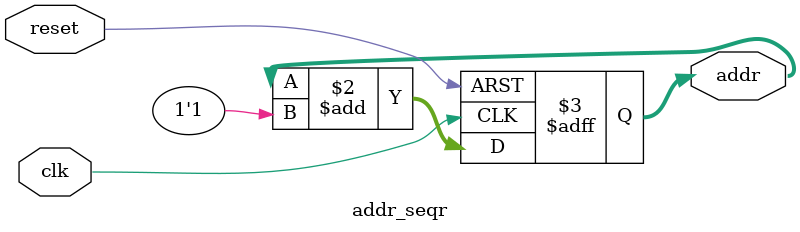
<source format=v>
/**********************************************************************************
*	File Name: 	addr_seqr.v
*	Project:		Memory & Display Controllers
*	Designer:	Liam Gogley
*	Email:		liam.gogley@linux.com
*	Rev. Date:	2016-03-06
*
*	Purpose:		Simple flip flop to increment each address by 1 bit until the limit
*					is reached and the address returns to the first address line.
*
*	Notes:		8 bit address incrementer from addr_step button. 
**********************************************************************************/
`timescale 1ns / 1ps

module addr_seqr(clk, reset, addr);
	
	input clk, reset;      // clk from board_clk 500Hz and universal reset
	
	output reg [7:0] addr; // Address location value.
	
	
	//*********************************************************************
	// Flip flop to increment value at each addr_step pulse from gated clk
	//*********************************************************************
	always @(posedge clk or posedge reset)
	begin
		if (reset)
			addr <= 1'b0;
		else
			addr <= addr + 1'b1;
	end

endmodule

</source>
